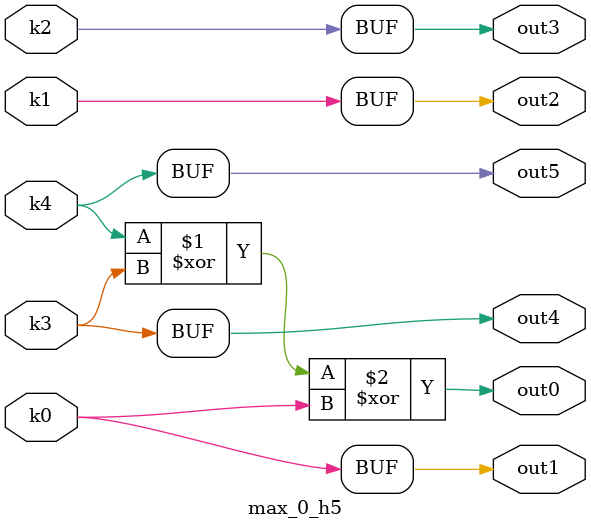
<source format=v>
module max_0(pi00, pi01, pi02, pi03, pi04, pi05, pi06, pi07, pi08, pi09, pi10, pi11, pi12, pi13, pi14, po0, po1, po2, po3, po4, po5);
input pi00, pi01, pi02, pi03, pi04, pi05, pi06, pi07, pi08, pi09, pi10, pi11, pi12, pi13, pi14;
output po0, po1, po2, po3, po4, po5;
wire k0, k1, k2, k3, k4;
max_0_w5 DUT1 (pi00, pi01, pi02, pi03, pi04, pi05, pi06, pi07, pi08, pi09, pi10, pi11, pi12, pi13, pi14, k0, k1, k2, k3, k4);
max_0_h5 DUT2 (k0, k1, k2, k3, k4, po0, po1, po2, po3, po4, po5);
endmodule

module max_0_w5(in14, in13, in12, in11, in10, in9, in8, in7, in6, in5, in4, in3, in2, in1, in0, k4, k3, k2, k1, k0);
input in14, in13, in12, in11, in10, in9, in8, in7, in6, in5, in4, in3, in2, in1, in0;
output k4, k3, k2, k1, k0;
assign k0 =   in0 ? in3 : (in7 ? ~in13 : ~in10);
assign k1 =   in0 ? in4 : (in7 ? ~in14 : ~in11);
assign k2 =   ((~in4 & (in5 | in6)) | ((~in14 | ~in7 | (~in12 & ~in2) | (~in13 & ~in3)) & (~in11 | in7 | (~in9 & ~in2) | (~in10 & ~in3)))) & ((~in3 & (in5 | in6 | ~in4)) | ((~in13 | ~in7 | (~in12 & ~in2)) & (~in10 | in7 | (~in9 & ~in2)))) & ((~in2 & (in5 | in6 | ~in3 | ~in4)) | (in7 ? ~in12 : ~in9)) & ~in1 & (~in2 | in5 | in6 | ~in3 | ~in4);
assign k3 =   ~in12 & in9;
assign k4 =   (((~in14 | (in11 & ~in8)) & (in11 | ~in8)) | (~in13 & in10)) & (~in13 | in10) & (in9 | ~in12);
endmodule

module max_0_h5(k4, k3, k2, k1, k0, out5, out4, out3, out2, out1, out0);
input k4, k3, k2, k1, k0;
output out5, out4, out3, out2, out1, out0;
assign out0 = k4 ^ k3 ^ k0;
assign out1 = k0;
assign out2 = k1;
assign out3 = k2;
assign out4 = k3;
assign out5 = k4;
endmodule

</source>
